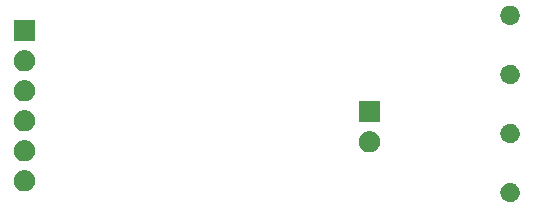
<source format=gbr>
G04 #@! TF.GenerationSoftware,KiCad,Pcbnew,(5.1.0-1220-ga833aeeac)*
G04 #@! TF.CreationDate,2019-07-18T01:02:23+03:00*
G04 #@! TF.ProjectId,proto_II_rs485,70726f74-6f5f-4494-995f-72733438352e,rev?*
G04 #@! TF.SameCoordinates,Original*
G04 #@! TF.FileFunction,Soldermask,Bot*
G04 #@! TF.FilePolarity,Negative*
%FSLAX46Y46*%
G04 Gerber Fmt 4.6, Leading zero omitted, Abs format (unit mm)*
G04 Created by KiCad (PCBNEW (5.1.0-1220-ga833aeeac)) date 2019-07-18 01:02:23*
%MOMM*%
%LPD*%
G04 APERTURE LIST*
%ADD10C,0.160000*%
G04 APERTURE END LIST*
D10*
G36*
X70949969Y-59927249D02*
G01*
X71001869Y-59927611D01*
X71041213Y-59936839D01*
X71074960Y-59940386D01*
X71123294Y-59956091D01*
X71179446Y-59969261D01*
X71210614Y-59984463D01*
X71237498Y-59993198D01*
X71286342Y-60021398D01*
X71343381Y-60049218D01*
X71365931Y-60067348D01*
X71385497Y-60078645D01*
X71431515Y-60120080D01*
X71485529Y-60163508D01*
X71499938Y-60181687D01*
X71512504Y-60193002D01*
X71552091Y-60247489D01*
X71598823Y-60306450D01*
X71606363Y-60322188D01*
X71612954Y-60331259D01*
X71642432Y-60397468D01*
X71677634Y-60470940D01*
X71680229Y-60482363D01*
X71682466Y-60487387D01*
X71698372Y-60562220D01*
X71718043Y-60648802D01*
X71717965Y-60654397D01*
X71717997Y-60654548D01*
X71717997Y-60825452D01*
X71715407Y-60837639D01*
X71715180Y-60853864D01*
X71696463Y-60926760D01*
X71682466Y-60992613D01*
X71675590Y-61008058D01*
X71669820Y-61030529D01*
X71638140Y-61092172D01*
X71612954Y-61148741D01*
X71599673Y-61167020D01*
X71586448Y-61192754D01*
X71545659Y-61241364D01*
X71512504Y-61286998D01*
X71491494Y-61305916D01*
X71469206Y-61332477D01*
X71423269Y-61367345D01*
X71385497Y-61401355D01*
X71356111Y-61418321D01*
X71323923Y-61442753D01*
X71276657Y-61464194D01*
X71237498Y-61486802D01*
X71199850Y-61499035D01*
X71157818Y-61518101D01*
X71112608Y-61527381D01*
X71074960Y-61539614D01*
X71029991Y-61544341D01*
X70979149Y-61554777D01*
X70938748Y-61553931D01*
X70904998Y-61557478D01*
X70854446Y-61552165D01*
X70796793Y-61550957D01*
X70763150Y-61542569D01*
X70735036Y-61539614D01*
X70681400Y-61522186D01*
X70619816Y-61506832D01*
X70593983Y-61493783D01*
X70572498Y-61486802D01*
X70518880Y-61455845D01*
X70457012Y-61424594D01*
X70439136Y-61409806D01*
X70424499Y-61401355D01*
X70374476Y-61356315D01*
X70316474Y-61308331D01*
X70305820Y-61294497D01*
X70297492Y-61286998D01*
X70254896Y-61228369D01*
X70205187Y-61163821D01*
X70200276Y-61153192D01*
X70197042Y-61148741D01*
X70165918Y-61078834D01*
X70128681Y-60998246D01*
X70090759Y-60819837D01*
X70091999Y-60731012D01*
X70091999Y-60654548D01*
X70093141Y-60649173D01*
X70093305Y-60637459D01*
X70112467Y-60558253D01*
X70127530Y-60487387D01*
X70132088Y-60477149D01*
X70136194Y-60460178D01*
X70169658Y-60392766D01*
X70197042Y-60331259D01*
X70206980Y-60317581D01*
X70217293Y-60296805D01*
X70261091Y-60243103D01*
X70297492Y-60193002D01*
X70314284Y-60177883D01*
X70332573Y-60155458D01*
X70382584Y-60116385D01*
X70424499Y-60078645D01*
X70448981Y-60064510D01*
X70476302Y-60043165D01*
X70528478Y-60018613D01*
X70572498Y-59993198D01*
X70604773Y-59982711D01*
X70641338Y-59965505D01*
X70692030Y-59954360D01*
X70735036Y-59940386D01*
X70774406Y-59936248D01*
X70819479Y-59926338D01*
X70865627Y-59926660D01*
X70904998Y-59922522D01*
X70949969Y-59927249D01*
X70949969Y-59927249D01*
G37*
G36*
X29968360Y-58865835D02*
G01*
X30049397Y-58892166D01*
X30136663Y-58919848D01*
X30139655Y-58921493D01*
X30148488Y-58924363D01*
X30220466Y-58965919D01*
X30291499Y-59004970D01*
X30298986Y-59011253D01*
X30312511Y-59019061D01*
X30370259Y-59071057D01*
X30426857Y-59118549D01*
X30436962Y-59131118D01*
X30453261Y-59145793D01*
X30495454Y-59203867D01*
X30537579Y-59256260D01*
X30547994Y-59276182D01*
X30564586Y-59299019D01*
X30591297Y-59359012D01*
X30619439Y-59412843D01*
X30627582Y-59440510D01*
X30641621Y-59472042D01*
X30653992Y-59530241D01*
X30669328Y-59582349D01*
X30672518Y-59617401D01*
X30680999Y-59657301D01*
X30680999Y-59710592D01*
X30685343Y-59758324D01*
X30680999Y-59799653D01*
X30680999Y-59846699D01*
X30671217Y-59892721D01*
X30666873Y-59934047D01*
X30652702Y-59979827D01*
X30641621Y-60031958D01*
X30625028Y-60069226D01*
X30614622Y-60102843D01*
X30588789Y-60150620D01*
X30564586Y-60204981D01*
X30544298Y-60232905D01*
X30530580Y-60258276D01*
X30491859Y-60305082D01*
X30453261Y-60358207D01*
X30432284Y-60377095D01*
X30417952Y-60394419D01*
X30365845Y-60436917D01*
X30312511Y-60484939D01*
X30293524Y-60495901D01*
X30281025Y-60506095D01*
X30215780Y-60540786D01*
X30148488Y-60579637D01*
X30133636Y-60584463D01*
X30125003Y-60589053D01*
X30047430Y-60612473D01*
X29968360Y-60638165D01*
X29959114Y-60639137D01*
X29955851Y-60640122D01*
X29864710Y-60649059D01*
X29827211Y-60653000D01*
X29732789Y-60653000D01*
X29591640Y-60638165D01*
X29510603Y-60611834D01*
X29423337Y-60584152D01*
X29420345Y-60582507D01*
X29411512Y-60579637D01*
X29339534Y-60538081D01*
X29268501Y-60499030D01*
X29261014Y-60492747D01*
X29247489Y-60484939D01*
X29189741Y-60432943D01*
X29133143Y-60385451D01*
X29123038Y-60372882D01*
X29106739Y-60358207D01*
X29064546Y-60300133D01*
X29022421Y-60247740D01*
X29012006Y-60227818D01*
X28995414Y-60204981D01*
X28968703Y-60144988D01*
X28940561Y-60091157D01*
X28932418Y-60063490D01*
X28918379Y-60031958D01*
X28906008Y-59973759D01*
X28890672Y-59921651D01*
X28887482Y-59886599D01*
X28879001Y-59846699D01*
X28879001Y-59793408D01*
X28874657Y-59745676D01*
X28879001Y-59704347D01*
X28879001Y-59657301D01*
X28888783Y-59611279D01*
X28893127Y-59569953D01*
X28907298Y-59524173D01*
X28918379Y-59472042D01*
X28934972Y-59434774D01*
X28945378Y-59401157D01*
X28971211Y-59353380D01*
X28995414Y-59299019D01*
X29015702Y-59271095D01*
X29029420Y-59245724D01*
X29068141Y-59198918D01*
X29106739Y-59145793D01*
X29127716Y-59126905D01*
X29142048Y-59109581D01*
X29194155Y-59067083D01*
X29247489Y-59019061D01*
X29266476Y-59008099D01*
X29278975Y-58997905D01*
X29344220Y-58963214D01*
X29411512Y-58924363D01*
X29426364Y-58919537D01*
X29434997Y-58914947D01*
X29512570Y-58891527D01*
X29591640Y-58865835D01*
X29600886Y-58864863D01*
X29604149Y-58863878D01*
X29695290Y-58854941D01*
X29732789Y-58851000D01*
X29827211Y-58851000D01*
X29968360Y-58865835D01*
X29968360Y-58865835D01*
G37*
G36*
X29968360Y-56325835D02*
G01*
X30049397Y-56352166D01*
X30136663Y-56379848D01*
X30139655Y-56381493D01*
X30148488Y-56384363D01*
X30220466Y-56425919D01*
X30291499Y-56464970D01*
X30298986Y-56471253D01*
X30312511Y-56479061D01*
X30370259Y-56531057D01*
X30426857Y-56578549D01*
X30436962Y-56591118D01*
X30453261Y-56605793D01*
X30495454Y-56663867D01*
X30537579Y-56716260D01*
X30547994Y-56736182D01*
X30564586Y-56759019D01*
X30591297Y-56819012D01*
X30619439Y-56872843D01*
X30627582Y-56900510D01*
X30641621Y-56932042D01*
X30653992Y-56990241D01*
X30669328Y-57042349D01*
X30672518Y-57077401D01*
X30680999Y-57117301D01*
X30680999Y-57170592D01*
X30685343Y-57218324D01*
X30680999Y-57259653D01*
X30680999Y-57306699D01*
X30671217Y-57352721D01*
X30666873Y-57394047D01*
X30652702Y-57439827D01*
X30641621Y-57491958D01*
X30625028Y-57529226D01*
X30614622Y-57562843D01*
X30588789Y-57610620D01*
X30564586Y-57664981D01*
X30544298Y-57692905D01*
X30530580Y-57718276D01*
X30491859Y-57765082D01*
X30453261Y-57818207D01*
X30432284Y-57837095D01*
X30417952Y-57854419D01*
X30365845Y-57896917D01*
X30312511Y-57944939D01*
X30293524Y-57955901D01*
X30281025Y-57966095D01*
X30215780Y-58000786D01*
X30148488Y-58039637D01*
X30133636Y-58044463D01*
X30125003Y-58049053D01*
X30047430Y-58072473D01*
X29968360Y-58098165D01*
X29959114Y-58099137D01*
X29955851Y-58100122D01*
X29864710Y-58109059D01*
X29827211Y-58113000D01*
X29732789Y-58113000D01*
X29591640Y-58098165D01*
X29510603Y-58071834D01*
X29423337Y-58044152D01*
X29420345Y-58042507D01*
X29411512Y-58039637D01*
X29339534Y-57998081D01*
X29268501Y-57959030D01*
X29261014Y-57952747D01*
X29247489Y-57944939D01*
X29189741Y-57892943D01*
X29133143Y-57845451D01*
X29123038Y-57832882D01*
X29106739Y-57818207D01*
X29064546Y-57760133D01*
X29022421Y-57707740D01*
X29012006Y-57687818D01*
X28995414Y-57664981D01*
X28968703Y-57604988D01*
X28940561Y-57551157D01*
X28932418Y-57523490D01*
X28918379Y-57491958D01*
X28906008Y-57433759D01*
X28890672Y-57381651D01*
X28887482Y-57346599D01*
X28879001Y-57306699D01*
X28879001Y-57253408D01*
X28874657Y-57205676D01*
X28879001Y-57164347D01*
X28879001Y-57117301D01*
X28888783Y-57071279D01*
X28893127Y-57029953D01*
X28907298Y-56984173D01*
X28918379Y-56932042D01*
X28934972Y-56894774D01*
X28945378Y-56861157D01*
X28971211Y-56813380D01*
X28995414Y-56759019D01*
X29015702Y-56731095D01*
X29029420Y-56705724D01*
X29068141Y-56658918D01*
X29106739Y-56605793D01*
X29127716Y-56586905D01*
X29142048Y-56569581D01*
X29194155Y-56527083D01*
X29247489Y-56479061D01*
X29266476Y-56468099D01*
X29278975Y-56457905D01*
X29344220Y-56423214D01*
X29411512Y-56384363D01*
X29426364Y-56379537D01*
X29434997Y-56374947D01*
X29512570Y-56351527D01*
X29591640Y-56325835D01*
X29600886Y-56324863D01*
X29604149Y-56323878D01*
X29695290Y-56314941D01*
X29732789Y-56311000D01*
X29827211Y-56311000D01*
X29968360Y-56325835D01*
X29968360Y-56325835D01*
G37*
G36*
X59178360Y-55563835D02*
G01*
X59259397Y-55590166D01*
X59346663Y-55617848D01*
X59349655Y-55619493D01*
X59358488Y-55622363D01*
X59430466Y-55663919D01*
X59501499Y-55702970D01*
X59508986Y-55709253D01*
X59522511Y-55717061D01*
X59580259Y-55769057D01*
X59636857Y-55816549D01*
X59646962Y-55829118D01*
X59663261Y-55843793D01*
X59705454Y-55901867D01*
X59747579Y-55954260D01*
X59757994Y-55974182D01*
X59774586Y-55997019D01*
X59801297Y-56057012D01*
X59829439Y-56110843D01*
X59837582Y-56138510D01*
X59851621Y-56170042D01*
X59863992Y-56228241D01*
X59879328Y-56280349D01*
X59882518Y-56315401D01*
X59890999Y-56355301D01*
X59890999Y-56408592D01*
X59895343Y-56456324D01*
X59890999Y-56497653D01*
X59890999Y-56544699D01*
X59881217Y-56590721D01*
X59876873Y-56632047D01*
X59862702Y-56677827D01*
X59851621Y-56729958D01*
X59835028Y-56767226D01*
X59824622Y-56800843D01*
X59798789Y-56848620D01*
X59774586Y-56902981D01*
X59754298Y-56930905D01*
X59740580Y-56956276D01*
X59701859Y-57003082D01*
X59663261Y-57056207D01*
X59642284Y-57075095D01*
X59627952Y-57092419D01*
X59575845Y-57134917D01*
X59522511Y-57182939D01*
X59503524Y-57193901D01*
X59491025Y-57204095D01*
X59425780Y-57238786D01*
X59358488Y-57277637D01*
X59343636Y-57282463D01*
X59335003Y-57287053D01*
X59257430Y-57310473D01*
X59178360Y-57336165D01*
X59169114Y-57337137D01*
X59165851Y-57338122D01*
X59074710Y-57347059D01*
X59037211Y-57351000D01*
X58942789Y-57351000D01*
X58801640Y-57336165D01*
X58720603Y-57309834D01*
X58633337Y-57282152D01*
X58630345Y-57280507D01*
X58621512Y-57277637D01*
X58549534Y-57236081D01*
X58478501Y-57197030D01*
X58471014Y-57190747D01*
X58457489Y-57182939D01*
X58399741Y-57130943D01*
X58343143Y-57083451D01*
X58333038Y-57070882D01*
X58316739Y-57056207D01*
X58274546Y-56998133D01*
X58232421Y-56945740D01*
X58222006Y-56925818D01*
X58205414Y-56902981D01*
X58178703Y-56842988D01*
X58150561Y-56789157D01*
X58142418Y-56761490D01*
X58128379Y-56729958D01*
X58116008Y-56671759D01*
X58100672Y-56619651D01*
X58097482Y-56584599D01*
X58089001Y-56544699D01*
X58089001Y-56491408D01*
X58084657Y-56443676D01*
X58089001Y-56402347D01*
X58089001Y-56355301D01*
X58098783Y-56309279D01*
X58103127Y-56267953D01*
X58117298Y-56222173D01*
X58128379Y-56170042D01*
X58144972Y-56132774D01*
X58155378Y-56099157D01*
X58181211Y-56051380D01*
X58205414Y-55997019D01*
X58225702Y-55969095D01*
X58239420Y-55943724D01*
X58278141Y-55896918D01*
X58316739Y-55843793D01*
X58337716Y-55824905D01*
X58352048Y-55807581D01*
X58404155Y-55765083D01*
X58457489Y-55717061D01*
X58476476Y-55706099D01*
X58488975Y-55695905D01*
X58554220Y-55661214D01*
X58621512Y-55622363D01*
X58636364Y-55617537D01*
X58644997Y-55612947D01*
X58722570Y-55589527D01*
X58801640Y-55563835D01*
X58810886Y-55562863D01*
X58814149Y-55561878D01*
X58905290Y-55552941D01*
X58942789Y-55549000D01*
X59037211Y-55549000D01*
X59178360Y-55563835D01*
X59178360Y-55563835D01*
G37*
G36*
X70949969Y-54927249D02*
G01*
X71001869Y-54927611D01*
X71041213Y-54936839D01*
X71074960Y-54940386D01*
X71123294Y-54956091D01*
X71179446Y-54969261D01*
X71210614Y-54984463D01*
X71237498Y-54993198D01*
X71286342Y-55021398D01*
X71343381Y-55049218D01*
X71365931Y-55067348D01*
X71385497Y-55078645D01*
X71431515Y-55120080D01*
X71485529Y-55163508D01*
X71499938Y-55181687D01*
X71512504Y-55193002D01*
X71552091Y-55247489D01*
X71598823Y-55306450D01*
X71606363Y-55322188D01*
X71612954Y-55331259D01*
X71642432Y-55397468D01*
X71677634Y-55470940D01*
X71680229Y-55482363D01*
X71682466Y-55487387D01*
X71698372Y-55562220D01*
X71718043Y-55648802D01*
X71717965Y-55654397D01*
X71717997Y-55654548D01*
X71717997Y-55825452D01*
X71715407Y-55837639D01*
X71715180Y-55853864D01*
X71696463Y-55926760D01*
X71682466Y-55992613D01*
X71675590Y-56008058D01*
X71669820Y-56030529D01*
X71638140Y-56092172D01*
X71612954Y-56148741D01*
X71599673Y-56167020D01*
X71586448Y-56192754D01*
X71545659Y-56241364D01*
X71512504Y-56286998D01*
X71491494Y-56305916D01*
X71469206Y-56332477D01*
X71423269Y-56367345D01*
X71385497Y-56401355D01*
X71356111Y-56418321D01*
X71323923Y-56442753D01*
X71276657Y-56464194D01*
X71237498Y-56486802D01*
X71199850Y-56499035D01*
X71157818Y-56518101D01*
X71112608Y-56527381D01*
X71074960Y-56539614D01*
X71029991Y-56544341D01*
X70979149Y-56554777D01*
X70938748Y-56553931D01*
X70904998Y-56557478D01*
X70854446Y-56552165D01*
X70796793Y-56550957D01*
X70763150Y-56542569D01*
X70735036Y-56539614D01*
X70681400Y-56522186D01*
X70619816Y-56506832D01*
X70593983Y-56493783D01*
X70572498Y-56486802D01*
X70518880Y-56455845D01*
X70457012Y-56424594D01*
X70439136Y-56409806D01*
X70424499Y-56401355D01*
X70374476Y-56356315D01*
X70316474Y-56308331D01*
X70305820Y-56294497D01*
X70297492Y-56286998D01*
X70254896Y-56228369D01*
X70205187Y-56163821D01*
X70200276Y-56153192D01*
X70197042Y-56148741D01*
X70165918Y-56078834D01*
X70128681Y-55998246D01*
X70090759Y-55819837D01*
X70091999Y-55731012D01*
X70091999Y-55654548D01*
X70093141Y-55649173D01*
X70093305Y-55637459D01*
X70112467Y-55558253D01*
X70127530Y-55487387D01*
X70132088Y-55477149D01*
X70136194Y-55460178D01*
X70169658Y-55392766D01*
X70197042Y-55331259D01*
X70206980Y-55317581D01*
X70217293Y-55296805D01*
X70261091Y-55243103D01*
X70297492Y-55193002D01*
X70314284Y-55177883D01*
X70332573Y-55155458D01*
X70382584Y-55116385D01*
X70424499Y-55078645D01*
X70448981Y-55064510D01*
X70476302Y-55043165D01*
X70528478Y-55018613D01*
X70572498Y-54993198D01*
X70604773Y-54982711D01*
X70641338Y-54965505D01*
X70692030Y-54954360D01*
X70735036Y-54940386D01*
X70774406Y-54936248D01*
X70819479Y-54926338D01*
X70865627Y-54926660D01*
X70904998Y-54922522D01*
X70949969Y-54927249D01*
X70949969Y-54927249D01*
G37*
G36*
X29968360Y-53785835D02*
G01*
X30049397Y-53812166D01*
X30136663Y-53839848D01*
X30139655Y-53841493D01*
X30148488Y-53844363D01*
X30220466Y-53885919D01*
X30291499Y-53924970D01*
X30298986Y-53931253D01*
X30312511Y-53939061D01*
X30370259Y-53991057D01*
X30426857Y-54038549D01*
X30436962Y-54051118D01*
X30453261Y-54065793D01*
X30495454Y-54123867D01*
X30537579Y-54176260D01*
X30547994Y-54196182D01*
X30564586Y-54219019D01*
X30591297Y-54279012D01*
X30619439Y-54332843D01*
X30627582Y-54360510D01*
X30641621Y-54392042D01*
X30653992Y-54450241D01*
X30669328Y-54502349D01*
X30672518Y-54537401D01*
X30680999Y-54577301D01*
X30680999Y-54630592D01*
X30685343Y-54678324D01*
X30680999Y-54719653D01*
X30680999Y-54766699D01*
X30671217Y-54812721D01*
X30666873Y-54854047D01*
X30652702Y-54899827D01*
X30641621Y-54951958D01*
X30625028Y-54989226D01*
X30614622Y-55022843D01*
X30588789Y-55070620D01*
X30564586Y-55124981D01*
X30544298Y-55152905D01*
X30530580Y-55178276D01*
X30491859Y-55225082D01*
X30453261Y-55278207D01*
X30432284Y-55297095D01*
X30417952Y-55314419D01*
X30365845Y-55356917D01*
X30312511Y-55404939D01*
X30293524Y-55415901D01*
X30281025Y-55426095D01*
X30215780Y-55460786D01*
X30148488Y-55499637D01*
X30133636Y-55504463D01*
X30125003Y-55509053D01*
X30047430Y-55532473D01*
X29968360Y-55558165D01*
X29959114Y-55559137D01*
X29955851Y-55560122D01*
X29864710Y-55569059D01*
X29827211Y-55573000D01*
X29732789Y-55573000D01*
X29591640Y-55558165D01*
X29510603Y-55531834D01*
X29423337Y-55504152D01*
X29420345Y-55502507D01*
X29411512Y-55499637D01*
X29339534Y-55458081D01*
X29268501Y-55419030D01*
X29261014Y-55412747D01*
X29247489Y-55404939D01*
X29189741Y-55352943D01*
X29133143Y-55305451D01*
X29123038Y-55292882D01*
X29106739Y-55278207D01*
X29064546Y-55220133D01*
X29022421Y-55167740D01*
X29012006Y-55147818D01*
X28995414Y-55124981D01*
X28968703Y-55064988D01*
X28940561Y-55011157D01*
X28932418Y-54983490D01*
X28918379Y-54951958D01*
X28906008Y-54893759D01*
X28890672Y-54841651D01*
X28887482Y-54806599D01*
X28879001Y-54766699D01*
X28879001Y-54713408D01*
X28874657Y-54665676D01*
X28879001Y-54624347D01*
X28879001Y-54577301D01*
X28888783Y-54531279D01*
X28893127Y-54489953D01*
X28907298Y-54444173D01*
X28918379Y-54392042D01*
X28934972Y-54354774D01*
X28945378Y-54321157D01*
X28971211Y-54273380D01*
X28995414Y-54219019D01*
X29015702Y-54191095D01*
X29029420Y-54165724D01*
X29068141Y-54118918D01*
X29106739Y-54065793D01*
X29127716Y-54046905D01*
X29142048Y-54029581D01*
X29194155Y-53987083D01*
X29247489Y-53939061D01*
X29266476Y-53928099D01*
X29278975Y-53917905D01*
X29344220Y-53883214D01*
X29411512Y-53844363D01*
X29426364Y-53839537D01*
X29434997Y-53834947D01*
X29512570Y-53811527D01*
X29591640Y-53785835D01*
X29600886Y-53784863D01*
X29604149Y-53783878D01*
X29695290Y-53774941D01*
X29732789Y-53771000D01*
X29827211Y-53771000D01*
X29968360Y-53785835D01*
X29968360Y-53785835D01*
G37*
G36*
X59859899Y-53011959D02*
G01*
X59876769Y-53023231D01*
X59888041Y-53040101D01*
X59894448Y-53072312D01*
X59894448Y-54747688D01*
X59891999Y-54760000D01*
X59888041Y-54779899D01*
X59876769Y-54796769D01*
X59859899Y-54808041D01*
X59840000Y-54811999D01*
X59827688Y-54814448D01*
X58152312Y-54814448D01*
X58120101Y-54808041D01*
X58103231Y-54796769D01*
X58091959Y-54779899D01*
X58085552Y-54747688D01*
X58085552Y-53072312D01*
X58091959Y-53040101D01*
X58103231Y-53023231D01*
X58120101Y-53011959D01*
X58152312Y-53005552D01*
X59827688Y-53005552D01*
X59859899Y-53011959D01*
X59859899Y-53011959D01*
G37*
G36*
X29968360Y-51245835D02*
G01*
X30049397Y-51272166D01*
X30136663Y-51299848D01*
X30139655Y-51301493D01*
X30148488Y-51304363D01*
X30220466Y-51345919D01*
X30291499Y-51384970D01*
X30298986Y-51391253D01*
X30312511Y-51399061D01*
X30370259Y-51451057D01*
X30426857Y-51498549D01*
X30436962Y-51511118D01*
X30453261Y-51525793D01*
X30495454Y-51583867D01*
X30537579Y-51636260D01*
X30547994Y-51656182D01*
X30564586Y-51679019D01*
X30591297Y-51739012D01*
X30619439Y-51792843D01*
X30627582Y-51820510D01*
X30641621Y-51852042D01*
X30653992Y-51910241D01*
X30669328Y-51962349D01*
X30672518Y-51997401D01*
X30680999Y-52037301D01*
X30680999Y-52090592D01*
X30685343Y-52138324D01*
X30680999Y-52179653D01*
X30680999Y-52226699D01*
X30671217Y-52272721D01*
X30666873Y-52314047D01*
X30652702Y-52359827D01*
X30641621Y-52411958D01*
X30625028Y-52449226D01*
X30614622Y-52482843D01*
X30588789Y-52530620D01*
X30564586Y-52584981D01*
X30544298Y-52612905D01*
X30530580Y-52638276D01*
X30491859Y-52685082D01*
X30453261Y-52738207D01*
X30432284Y-52757095D01*
X30417952Y-52774419D01*
X30365845Y-52816917D01*
X30312511Y-52864939D01*
X30293524Y-52875901D01*
X30281025Y-52886095D01*
X30215780Y-52920786D01*
X30148488Y-52959637D01*
X30133636Y-52964463D01*
X30125003Y-52969053D01*
X30047430Y-52992473D01*
X29968360Y-53018165D01*
X29959114Y-53019137D01*
X29955851Y-53020122D01*
X29864710Y-53029059D01*
X29827211Y-53033000D01*
X29732789Y-53033000D01*
X29591640Y-53018165D01*
X29510603Y-52991834D01*
X29423337Y-52964152D01*
X29420345Y-52962507D01*
X29411512Y-52959637D01*
X29339534Y-52918081D01*
X29268501Y-52879030D01*
X29261014Y-52872747D01*
X29247489Y-52864939D01*
X29189741Y-52812943D01*
X29133143Y-52765451D01*
X29123038Y-52752882D01*
X29106739Y-52738207D01*
X29064546Y-52680133D01*
X29022421Y-52627740D01*
X29012006Y-52607818D01*
X28995414Y-52584981D01*
X28968703Y-52524988D01*
X28940561Y-52471157D01*
X28932418Y-52443490D01*
X28918379Y-52411958D01*
X28906008Y-52353759D01*
X28890672Y-52301651D01*
X28887482Y-52266599D01*
X28879001Y-52226699D01*
X28879001Y-52173408D01*
X28874657Y-52125676D01*
X28879001Y-52084347D01*
X28879001Y-52037301D01*
X28888783Y-51991279D01*
X28893127Y-51949953D01*
X28907298Y-51904173D01*
X28918379Y-51852042D01*
X28934972Y-51814774D01*
X28945378Y-51781157D01*
X28971211Y-51733380D01*
X28995414Y-51679019D01*
X29015702Y-51651095D01*
X29029420Y-51625724D01*
X29068141Y-51578918D01*
X29106739Y-51525793D01*
X29127716Y-51506905D01*
X29142048Y-51489581D01*
X29194155Y-51447083D01*
X29247489Y-51399061D01*
X29266476Y-51388099D01*
X29278975Y-51377905D01*
X29344220Y-51343214D01*
X29411512Y-51304363D01*
X29426364Y-51299537D01*
X29434997Y-51294947D01*
X29512570Y-51271527D01*
X29591640Y-51245835D01*
X29600886Y-51244863D01*
X29604149Y-51243878D01*
X29695290Y-51234941D01*
X29732789Y-51231000D01*
X29827211Y-51231000D01*
X29968360Y-51245835D01*
X29968360Y-51245835D01*
G37*
G36*
X70949969Y-49927248D02*
G01*
X71001869Y-49927610D01*
X71041213Y-49936838D01*
X71074960Y-49940385D01*
X71123294Y-49956090D01*
X71179446Y-49969260D01*
X71210614Y-49984462D01*
X71237498Y-49993197D01*
X71286342Y-50021397D01*
X71343381Y-50049217D01*
X71365931Y-50067347D01*
X71385497Y-50078644D01*
X71431515Y-50120079D01*
X71485529Y-50163507D01*
X71499938Y-50181686D01*
X71512504Y-50193001D01*
X71552091Y-50247488D01*
X71598823Y-50306449D01*
X71606363Y-50322187D01*
X71612954Y-50331258D01*
X71642432Y-50397467D01*
X71677634Y-50470939D01*
X71680229Y-50482362D01*
X71682466Y-50487386D01*
X71698372Y-50562219D01*
X71718043Y-50648801D01*
X71717965Y-50654396D01*
X71717997Y-50654547D01*
X71717997Y-50825451D01*
X71715407Y-50837638D01*
X71715180Y-50853863D01*
X71696463Y-50926759D01*
X71682466Y-50992612D01*
X71675590Y-51008057D01*
X71669820Y-51030528D01*
X71638140Y-51092171D01*
X71612954Y-51148740D01*
X71599673Y-51167019D01*
X71586448Y-51192753D01*
X71545659Y-51241363D01*
X71512504Y-51286997D01*
X71491494Y-51305915D01*
X71469206Y-51332476D01*
X71423269Y-51367344D01*
X71385497Y-51401354D01*
X71356111Y-51418320D01*
X71323923Y-51442752D01*
X71276657Y-51464193D01*
X71237498Y-51486801D01*
X71199850Y-51499034D01*
X71157818Y-51518100D01*
X71112608Y-51527380D01*
X71074960Y-51539613D01*
X71029991Y-51544340D01*
X70979149Y-51554776D01*
X70938748Y-51553930D01*
X70904998Y-51557477D01*
X70854446Y-51552164D01*
X70796793Y-51550956D01*
X70763150Y-51542568D01*
X70735036Y-51539613D01*
X70681400Y-51522185D01*
X70619816Y-51506831D01*
X70593983Y-51493782D01*
X70572498Y-51486801D01*
X70518880Y-51455844D01*
X70457012Y-51424593D01*
X70439136Y-51409805D01*
X70424499Y-51401354D01*
X70374476Y-51356314D01*
X70316474Y-51308330D01*
X70305820Y-51294496D01*
X70297492Y-51286997D01*
X70254896Y-51228368D01*
X70205187Y-51163820D01*
X70200276Y-51153191D01*
X70197042Y-51148740D01*
X70165918Y-51078833D01*
X70128681Y-50998245D01*
X70090759Y-50819836D01*
X70091999Y-50731011D01*
X70091999Y-50654547D01*
X70093141Y-50649172D01*
X70093305Y-50637458D01*
X70112467Y-50558252D01*
X70127530Y-50487386D01*
X70132088Y-50477148D01*
X70136194Y-50460177D01*
X70169658Y-50392765D01*
X70197042Y-50331258D01*
X70206980Y-50317580D01*
X70217293Y-50296804D01*
X70261091Y-50243102D01*
X70297492Y-50193001D01*
X70314284Y-50177882D01*
X70332573Y-50155457D01*
X70382584Y-50116384D01*
X70424499Y-50078644D01*
X70448981Y-50064509D01*
X70476302Y-50043164D01*
X70528478Y-50018612D01*
X70572498Y-49993197D01*
X70604773Y-49982710D01*
X70641338Y-49965504D01*
X70692030Y-49954359D01*
X70735036Y-49940385D01*
X70774406Y-49936247D01*
X70819479Y-49926337D01*
X70865627Y-49926659D01*
X70904998Y-49922521D01*
X70949969Y-49927248D01*
X70949969Y-49927248D01*
G37*
G36*
X29968360Y-48705835D02*
G01*
X30049397Y-48732166D01*
X30136663Y-48759848D01*
X30139655Y-48761493D01*
X30148488Y-48764363D01*
X30220466Y-48805919D01*
X30291499Y-48844970D01*
X30298986Y-48851253D01*
X30312511Y-48859061D01*
X30370259Y-48911057D01*
X30426857Y-48958549D01*
X30436962Y-48971118D01*
X30453261Y-48985793D01*
X30495454Y-49043867D01*
X30537579Y-49096260D01*
X30547994Y-49116182D01*
X30564586Y-49139019D01*
X30591297Y-49199012D01*
X30619439Y-49252843D01*
X30627582Y-49280510D01*
X30641621Y-49312042D01*
X30653992Y-49370241D01*
X30669328Y-49422349D01*
X30672518Y-49457401D01*
X30680999Y-49497301D01*
X30680999Y-49550592D01*
X30685343Y-49598324D01*
X30680999Y-49639653D01*
X30680999Y-49686699D01*
X30671217Y-49732721D01*
X30666873Y-49774047D01*
X30652702Y-49819827D01*
X30641621Y-49871958D01*
X30625028Y-49909226D01*
X30614622Y-49942843D01*
X30588789Y-49990620D01*
X30564586Y-50044981D01*
X30544298Y-50072905D01*
X30530580Y-50098276D01*
X30491859Y-50145082D01*
X30453261Y-50198207D01*
X30432284Y-50217095D01*
X30417952Y-50234419D01*
X30365845Y-50276917D01*
X30312511Y-50324939D01*
X30293524Y-50335901D01*
X30281025Y-50346095D01*
X30215780Y-50380786D01*
X30148488Y-50419637D01*
X30133636Y-50424463D01*
X30125003Y-50429053D01*
X30047430Y-50452473D01*
X29968360Y-50478165D01*
X29959114Y-50479137D01*
X29955851Y-50480122D01*
X29864710Y-50489059D01*
X29827211Y-50493000D01*
X29732789Y-50493000D01*
X29591640Y-50478165D01*
X29510603Y-50451834D01*
X29423337Y-50424152D01*
X29420345Y-50422507D01*
X29411512Y-50419637D01*
X29339534Y-50378081D01*
X29268501Y-50339030D01*
X29261014Y-50332747D01*
X29247489Y-50324939D01*
X29189741Y-50272943D01*
X29133143Y-50225451D01*
X29123038Y-50212882D01*
X29106739Y-50198207D01*
X29064546Y-50140133D01*
X29022421Y-50087740D01*
X29012006Y-50067818D01*
X28995414Y-50044981D01*
X28968703Y-49984988D01*
X28940561Y-49931157D01*
X28932418Y-49903490D01*
X28918379Y-49871958D01*
X28906008Y-49813759D01*
X28890672Y-49761651D01*
X28887482Y-49726599D01*
X28879001Y-49686699D01*
X28879001Y-49633408D01*
X28874657Y-49585676D01*
X28879001Y-49544347D01*
X28879001Y-49497301D01*
X28888783Y-49451279D01*
X28893127Y-49409953D01*
X28907298Y-49364173D01*
X28918379Y-49312042D01*
X28934972Y-49274774D01*
X28945378Y-49241157D01*
X28971211Y-49193380D01*
X28995414Y-49139019D01*
X29015702Y-49111095D01*
X29029420Y-49085724D01*
X29068141Y-49038918D01*
X29106739Y-48985793D01*
X29127716Y-48966905D01*
X29142048Y-48949581D01*
X29194155Y-48907083D01*
X29247489Y-48859061D01*
X29266476Y-48848099D01*
X29278975Y-48837905D01*
X29344220Y-48803214D01*
X29411512Y-48764363D01*
X29426364Y-48759537D01*
X29434997Y-48754947D01*
X29512570Y-48731527D01*
X29591640Y-48705835D01*
X29600886Y-48704863D01*
X29604149Y-48703878D01*
X29695290Y-48694941D01*
X29732789Y-48691000D01*
X29827211Y-48691000D01*
X29968360Y-48705835D01*
X29968360Y-48705835D01*
G37*
G36*
X30649899Y-46153959D02*
G01*
X30666769Y-46165231D01*
X30678041Y-46182101D01*
X30684448Y-46214312D01*
X30684448Y-47889688D01*
X30681999Y-47902000D01*
X30678041Y-47921899D01*
X30666769Y-47938769D01*
X30649899Y-47950041D01*
X30630000Y-47953999D01*
X30617688Y-47956448D01*
X28942312Y-47956448D01*
X28910101Y-47950041D01*
X28893231Y-47938769D01*
X28881959Y-47921899D01*
X28875552Y-47889688D01*
X28875552Y-46214312D01*
X28881959Y-46182101D01*
X28893231Y-46165231D01*
X28910101Y-46153959D01*
X28942312Y-46147552D01*
X30617688Y-46147552D01*
X30649899Y-46153959D01*
X30649899Y-46153959D01*
G37*
G36*
X70949969Y-44927248D02*
G01*
X71001869Y-44927610D01*
X71041213Y-44936838D01*
X71074960Y-44940385D01*
X71123294Y-44956090D01*
X71179446Y-44969260D01*
X71210614Y-44984462D01*
X71237498Y-44993197D01*
X71286342Y-45021397D01*
X71343381Y-45049217D01*
X71365931Y-45067347D01*
X71385497Y-45078644D01*
X71431515Y-45120079D01*
X71485529Y-45163507D01*
X71499938Y-45181686D01*
X71512504Y-45193001D01*
X71552091Y-45247488D01*
X71598823Y-45306449D01*
X71606363Y-45322187D01*
X71612954Y-45331258D01*
X71642432Y-45397467D01*
X71677634Y-45470939D01*
X71680229Y-45482362D01*
X71682466Y-45487386D01*
X71698372Y-45562219D01*
X71718043Y-45648801D01*
X71717965Y-45654396D01*
X71717997Y-45654547D01*
X71717997Y-45825451D01*
X71715407Y-45837638D01*
X71715180Y-45853863D01*
X71696463Y-45926759D01*
X71682466Y-45992612D01*
X71675590Y-46008057D01*
X71669820Y-46030528D01*
X71638140Y-46092171D01*
X71612954Y-46148740D01*
X71599673Y-46167019D01*
X71586448Y-46192753D01*
X71545659Y-46241363D01*
X71512504Y-46286997D01*
X71491494Y-46305915D01*
X71469206Y-46332476D01*
X71423269Y-46367344D01*
X71385497Y-46401354D01*
X71356111Y-46418320D01*
X71323923Y-46442752D01*
X71276657Y-46464193D01*
X71237498Y-46486801D01*
X71199850Y-46499034D01*
X71157818Y-46518100D01*
X71112608Y-46527380D01*
X71074960Y-46539613D01*
X71029991Y-46544340D01*
X70979149Y-46554776D01*
X70938748Y-46553930D01*
X70904998Y-46557477D01*
X70854446Y-46552164D01*
X70796793Y-46550956D01*
X70763150Y-46542568D01*
X70735036Y-46539613D01*
X70681400Y-46522185D01*
X70619816Y-46506831D01*
X70593983Y-46493782D01*
X70572498Y-46486801D01*
X70518880Y-46455844D01*
X70457012Y-46424593D01*
X70439136Y-46409805D01*
X70424499Y-46401354D01*
X70374476Y-46356314D01*
X70316474Y-46308330D01*
X70305820Y-46294496D01*
X70297492Y-46286997D01*
X70254896Y-46228368D01*
X70205187Y-46163820D01*
X70200276Y-46153191D01*
X70197042Y-46148740D01*
X70165918Y-46078833D01*
X70128681Y-45998245D01*
X70090759Y-45819836D01*
X70091999Y-45731011D01*
X70091999Y-45654547D01*
X70093141Y-45649172D01*
X70093305Y-45637458D01*
X70112467Y-45558252D01*
X70127530Y-45487386D01*
X70132088Y-45477148D01*
X70136194Y-45460177D01*
X70169658Y-45392765D01*
X70197042Y-45331258D01*
X70206980Y-45317580D01*
X70217293Y-45296804D01*
X70261091Y-45243102D01*
X70297492Y-45193001D01*
X70314284Y-45177882D01*
X70332573Y-45155457D01*
X70382584Y-45116384D01*
X70424499Y-45078644D01*
X70448981Y-45064509D01*
X70476302Y-45043164D01*
X70528478Y-45018612D01*
X70572498Y-44993197D01*
X70604773Y-44982710D01*
X70641338Y-44965504D01*
X70692030Y-44954359D01*
X70735036Y-44940385D01*
X70774406Y-44936247D01*
X70819479Y-44926337D01*
X70865627Y-44926659D01*
X70904998Y-44922521D01*
X70949969Y-44927248D01*
X70949969Y-44927248D01*
G37*
M02*

</source>
